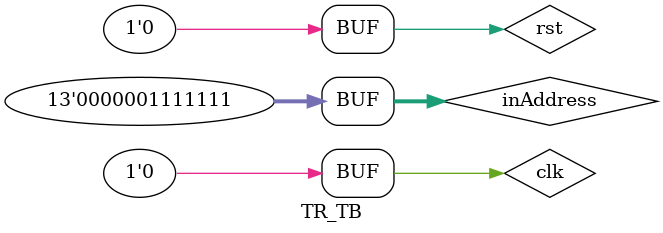
<source format=v>
module TR(
  input clk,
  input rst, TRLD,
  input [12:0]inAddress,
  output reg[12:0] outAddress
);
  always @(posedge clk, posedge rst)begin
    if (rst)
      outAddress <= 13'b0;
    else 
      if(TRLD)
        outAddress <= inAddress;

  end
endmodule

module TR_TB();
  reg clk, rst;
  reg [12:0]inAddress;
  wire [12:0]outAddress;
  
  TR tr(clk, rst, inAddress, outAddress);
  initial begin
	  clk=0;
    repeat (40)
    #200 clk=~clk;
	end
  
  initial begin
    rst = 1; 
    #400;
    rst = 0; 
    inAddress = 13'b0000000111111;
    #400;
    inAddress = 13'b0000001111111;
    #400;
  end
endmodule
</source>
